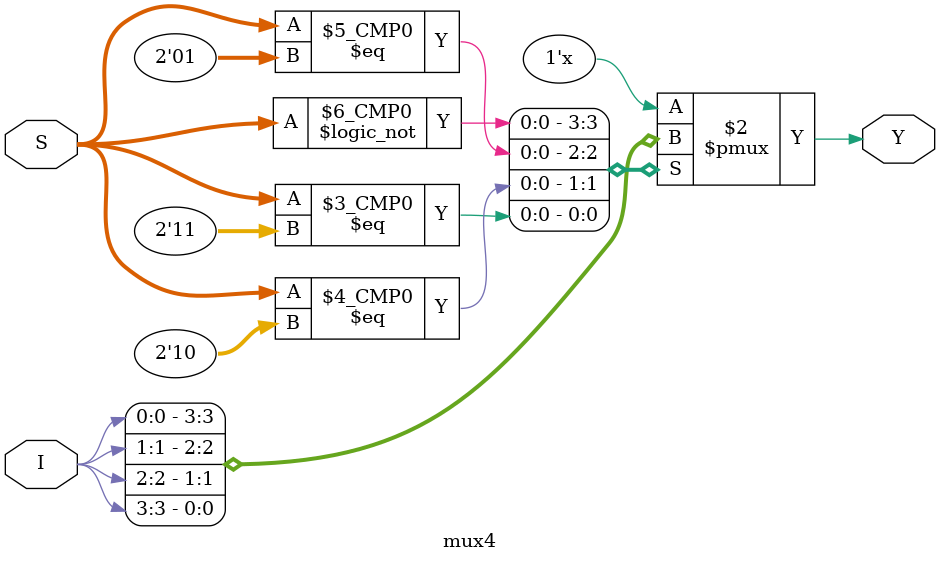
<source format=v>
module mux4 (
    input [3:0]I, input [1:0]S, output reg Y
);
always @(*) begin
    case (S)
        2'b00 : Y = I[0];
        2'b01 : Y = I[1];
        2'b10 : Y = I[2];
        2'b11 : Y = I[3];
endcase
end
    
endmodule
</source>
